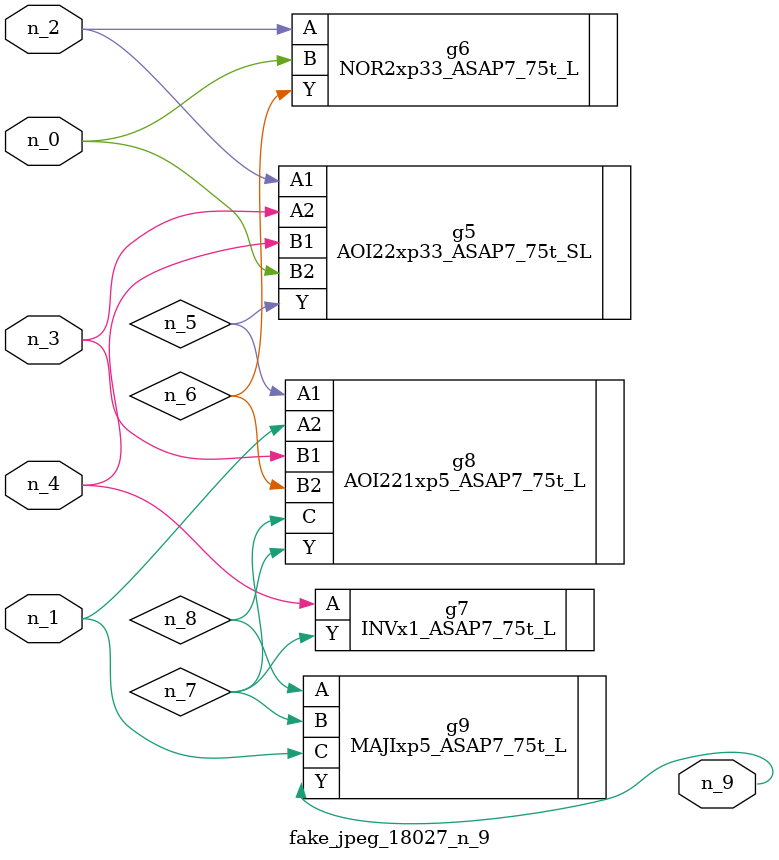
<source format=v>
module fake_jpeg_18027_n_9 (n_3, n_2, n_1, n_0, n_4, n_9);

input n_3;
input n_2;
input n_1;
input n_0;
input n_4;

output n_9;

wire n_8;
wire n_6;
wire n_5;
wire n_7;

AOI22xp33_ASAP7_75t_SL g5 ( 
.A1(n_2),
.A2(n_3),
.B1(n_4),
.B2(n_0),
.Y(n_5)
);

NOR2xp33_ASAP7_75t_L g6 ( 
.A(n_2),
.B(n_0),
.Y(n_6)
);

INVx1_ASAP7_75t_L g7 ( 
.A(n_4),
.Y(n_7)
);

AOI221xp5_ASAP7_75t_L g8 ( 
.A1(n_5),
.A2(n_1),
.B1(n_3),
.B2(n_6),
.C(n_7),
.Y(n_8)
);

MAJIxp5_ASAP7_75t_L g9 ( 
.A(n_8),
.B(n_7),
.C(n_1),
.Y(n_9)
);


endmodule
</source>
